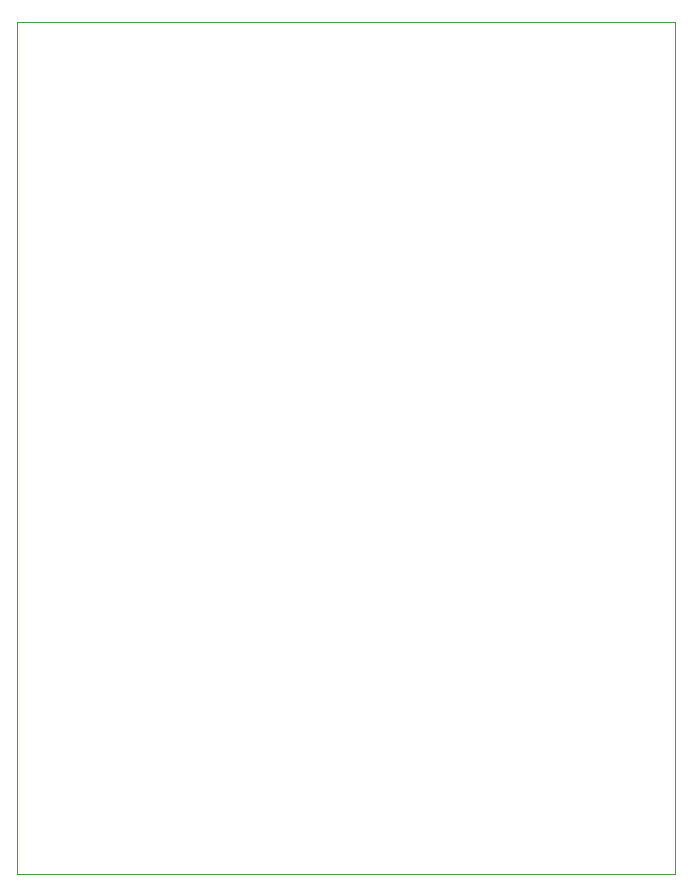
<source format=gm1>
G04 #@! TF.GenerationSoftware,KiCad,Pcbnew,8.0.2*
G04 #@! TF.CreationDate,2024-06-09T13:50:20+05:00*
G04 #@! TF.ProjectId,EDP Converter,45445020-436f-46e7-9665-727465722e6b,rev?*
G04 #@! TF.SameCoordinates,Original*
G04 #@! TF.FileFunction,Profile,NP*
%FSLAX46Y46*%
G04 Gerber Fmt 4.6, Leading zero omitted, Abs format (unit mm)*
G04 Created by KiCad (PCBNEW 8.0.2) date 2024-06-09 13:50:20*
%MOMM*%
%LPD*%
G01*
G04 APERTURE LIST*
G04 #@! TA.AperFunction,Profile*
%ADD10C,0.100000*%
G04 #@! TD*
G04 APERTURE END LIST*
D10*
X94900000Y-72000000D02*
X150600000Y-72000000D01*
X150600000Y-144150000D01*
X94900000Y-144150000D01*
X94900000Y-72000000D01*
M02*

</source>
